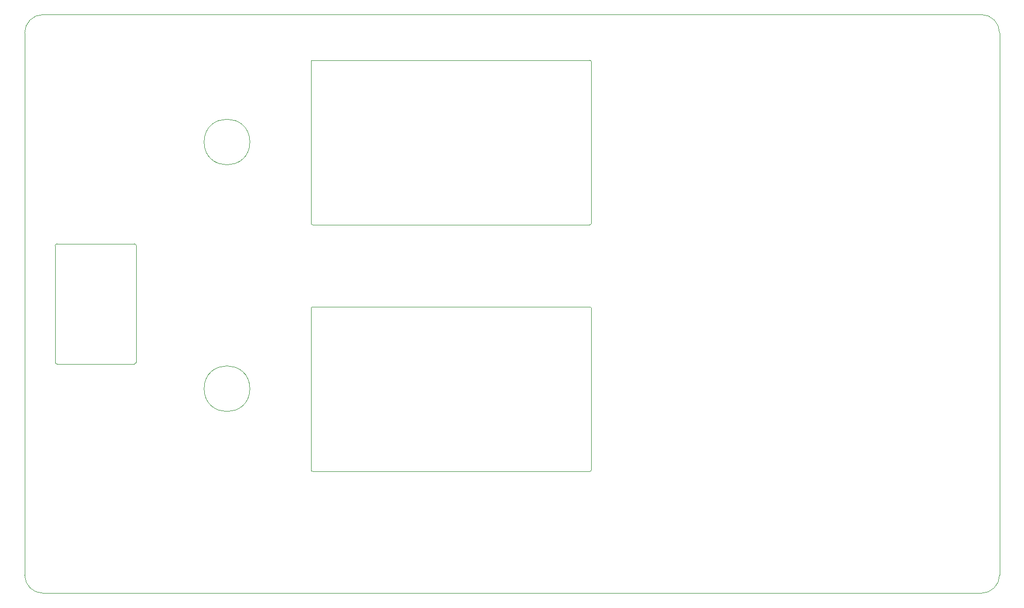
<source format=gm1>
%TF.GenerationSoftware,KiCad,Pcbnew,6.0.2-378541a8eb~116~ubuntu20.04.1*%
%TF.CreationDate,2022-03-08T15:37:06-05:00*%
%TF.ProjectId,Linear_Lab_Bench_PSU_front_panel,4c696e65-6172-45f4-9c61-625f42656e63,rev?*%
%TF.SameCoordinates,Original*%
%TF.FileFunction,Profile,NP*%
%FSLAX46Y46*%
G04 Gerber Fmt 4.6, Leading zero omitted, Abs format (unit mm)*
G04 Created by KiCad (PCBNEW 6.0.2-378541a8eb~116~ubuntu20.04.1) date 2022-03-08 15:37:06*
%MOMM*%
%LPD*%
G01*
G04 APERTURE LIST*
%TA.AperFunction,Profile*%
%ADD10C,0.100000*%
%TD*%
G04 APERTURE END LIST*
D10*
X212000000Y-45000000D02*
X58000000Y-45000000D01*
X212000000Y-140000000D02*
X58000000Y-140000000D01*
X55000000Y-137000000D02*
G75*
G03*
X58000000Y-140000000I3000001J1D01*
G01*
X102250000Y-52500000D02*
G75*
G03*
X102000000Y-52750000I-1J-249999D01*
G01*
X148000000Y-119750000D02*
X148000000Y-93250000D01*
X102250000Y-79500000D02*
X147750000Y-79500000D01*
X148000000Y-93250000D02*
G75*
G03*
X147750000Y-93000000I-249999J1D01*
G01*
X58000000Y-45000000D02*
G75*
G03*
X55000000Y-48000000I1J-3000001D01*
G01*
X147750000Y-93000000D02*
X102250000Y-93000000D01*
X102250000Y-120000000D02*
X147750000Y-120000000D01*
X148000000Y-52750000D02*
G75*
G03*
X147750000Y-52500000I-249999J1D01*
G01*
X102000000Y-79250000D02*
G75*
G03*
X102250000Y-79500000I249999J-1D01*
G01*
X147750000Y-52500000D02*
X102250000Y-52500000D01*
X148000000Y-79250000D02*
X148000000Y-52750000D01*
X215000000Y-48000000D02*
G75*
G03*
X212000000Y-45000000I-3000001J-1D01*
G01*
X102250000Y-93000000D02*
G75*
G03*
X102000000Y-93250000I-1J-249999D01*
G01*
X102000000Y-93250000D02*
X102000000Y-119750000D01*
X215000000Y-137000000D02*
X215000000Y-48000000D01*
X147750000Y-79500000D02*
G75*
G03*
X148000000Y-79250000I1J249999D01*
G01*
X55000000Y-48000000D02*
X55000000Y-137000000D01*
X102000000Y-52750000D02*
X102000000Y-79250000D01*
X212000000Y-140000000D02*
G75*
G03*
X215000000Y-137000000I-1J3000001D01*
G01*
X102000000Y-119750000D02*
G75*
G03*
X102250000Y-120000000I249999J-1D01*
G01*
X147750000Y-120000000D02*
G75*
G03*
X148000000Y-119750000I1J249999D01*
G01*
%TO.C,REF\u002A\u002A*%
X60300000Y-82650000D02*
X73000000Y-82650000D01*
X60000000Y-102050000D02*
X60000000Y-82950000D01*
X73300000Y-82950000D02*
X73300000Y-102050000D01*
X60300000Y-102350000D02*
X73000000Y-102350000D01*
X73000000Y-102350000D02*
G75*
G03*
X73300000Y-102050000I0J300000D01*
G01*
X73300000Y-82950000D02*
G75*
G03*
X73000000Y-82650000I-300000J0D01*
G01*
X60300000Y-82650000D02*
G75*
G03*
X60000000Y-82950000I0J-300000D01*
G01*
X60000000Y-102050000D02*
G75*
G03*
X60300000Y-102350000I300000J0D01*
G01*
%TO.C,RV2*%
X91950000Y-65922915D02*
G75*
G03*
X91950000Y-65922915I-3750000J0D01*
G01*
%TO.C,RV1*%
X91950000Y-106422915D02*
G75*
G03*
X91950000Y-106422915I-3750000J0D01*
G01*
%TD*%
M02*

</source>
